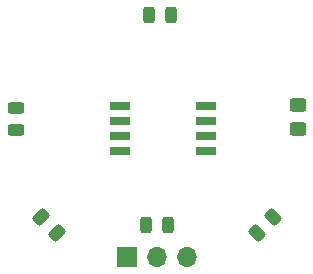
<source format=gbr>
%TF.GenerationSoftware,KiCad,Pcbnew,7.0.10*%
%TF.CreationDate,2024-09-02T03:13:39+05:30*%
%TF.ProjectId,Ki-demo,4b692d64-656d-46f2-9e6b-696361645f70,rev?*%
%TF.SameCoordinates,Original*%
%TF.FileFunction,Soldermask,Top*%
%TF.FilePolarity,Negative*%
%FSLAX46Y46*%
G04 Gerber Fmt 4.6, Leading zero omitted, Abs format (unit mm)*
G04 Created by KiCad (PCBNEW 7.0.10) date 2024-09-02 03:13:39*
%MOMM*%
%LPD*%
G01*
G04 APERTURE LIST*
G04 Aperture macros list*
%AMRoundRect*
0 Rectangle with rounded corners*
0 $1 Rounding radius*
0 $2 $3 $4 $5 $6 $7 $8 $9 X,Y pos of 4 corners*
0 Add a 4 corners polygon primitive as box body*
4,1,4,$2,$3,$4,$5,$6,$7,$8,$9,$2,$3,0*
0 Add four circle primitives for the rounded corners*
1,1,$1+$1,$2,$3*
1,1,$1+$1,$4,$5*
1,1,$1+$1,$6,$7*
1,1,$1+$1,$8,$9*
0 Add four rect primitives between the rounded corners*
20,1,$1+$1,$2,$3,$4,$5,0*
20,1,$1+$1,$4,$5,$6,$7,0*
20,1,$1+$1,$6,$7,$8,$9,0*
20,1,$1+$1,$8,$9,$2,$3,0*%
G04 Aperture macros list end*
%ADD10R,1.700000X0.650000*%
%ADD11R,1.700000X1.700000*%
%ADD12O,1.700000X1.700000*%
%ADD13RoundRect,0.243750X-0.243750X-0.456250X0.243750X-0.456250X0.243750X0.456250X-0.243750X0.456250X0*%
%ADD14RoundRect,0.243750X0.494975X0.150260X0.150260X0.494975X-0.494975X-0.150260X-0.150260X-0.494975X0*%
%ADD15RoundRect,0.243750X0.456250X-0.243750X0.456250X0.243750X-0.456250X0.243750X-0.456250X-0.243750X0*%
%ADD16RoundRect,0.243750X-0.150260X0.494975X-0.494975X0.150260X0.150260X-0.494975X0.494975X-0.150260X0*%
%ADD17RoundRect,0.250000X0.450000X-0.325000X0.450000X0.325000X-0.450000X0.325000X-0.450000X-0.325000X0*%
%ADD18RoundRect,0.243750X0.243750X0.456250X-0.243750X0.456250X-0.243750X-0.456250X0.243750X-0.456250X0*%
G04 APERTURE END LIST*
D10*
%TO.C,U1*%
X88298000Y-51943000D03*
X88298000Y-53213000D03*
X88298000Y-54483000D03*
X88298000Y-55753000D03*
X95598000Y-55753000D03*
X95598000Y-54483000D03*
X95598000Y-53213000D03*
X95598000Y-51943000D03*
%TD*%
D11*
%TO.C,J1*%
X88915000Y-64745000D03*
D12*
X91455000Y-64745000D03*
X93995000Y-64745000D03*
%TD*%
D13*
%TO.C,D6*%
X90502500Y-61976000D03*
X92377500Y-61976000D03*
%TD*%
D14*
%TO.C,D5*%
X82958913Y-62638913D03*
X81633087Y-61313087D03*
%TD*%
D15*
%TO.C,D4*%
X79502000Y-53945000D03*
X79502000Y-52070000D03*
%TD*%
D16*
%TO.C,D3*%
X101246913Y-61313087D03*
X99921087Y-62638913D03*
%TD*%
D17*
%TO.C,D2*%
X103378000Y-53857000D03*
X103378000Y-51807000D03*
%TD*%
D18*
%TO.C,D1*%
X92631500Y-44196000D03*
X90756500Y-44196000D03*
%TD*%
M02*

</source>
